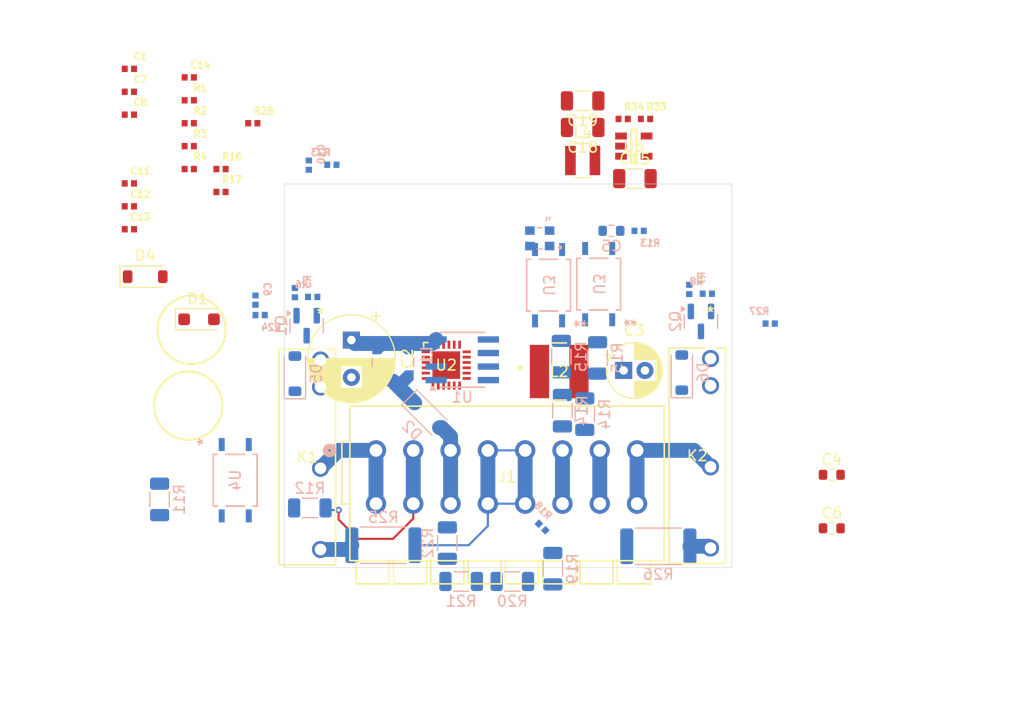
<source format=kicad_pcb>
(kicad_pcb (version 20240108) (generator "pcbnew") (generator_version "8.0")
  (layers (0 "F.Cu" signal) (31 "B.Cu" signal) (34 "B.Paste" user) (35 "F.Paste" user) (36 "B.SilkS" user "B.Silkscreen") (37 "F.SilkS" user "F.Silkscreen") (38 "B.Mask" user) (39 "F.Mask" user) (44 "Edge.Cuts" user))
  (net 0 "")
  (net 1 "Net-(D1-K)")
  (net 2 "Net-(U1-BP{slash}M)")
  (net 3 "AC_L")
  (net 4 "Net-(U1-D)")
  (net 5 "+12V")
  (net 6 "Net-(D4-K)")
  (net 7 "/GPIO_S1")
  (net 8 "/GPIO_S2")
  (net 9 "Net-(U2-VIN+)")
  (net 10 "Net-(U2-VIN-)")
  (net 11 "Net-(U2-IIN1-)")
  (net 12 "Net-(U2-IIN1+)")
  (net 13 "Net-(U2-IIN2-)")
  (net 14 "Net-(U2-IIN2+)")
  (net 15 "Net-(U2-VREF-)")
  (net 16 "Net-(U2-VREF+)")
  (net 17 "Net-(U2-VDDD)")
  (net 18 "+3V3")
  (net 19 "Net-(D2-K)")
  (net 20 "AC_N")
  (net 21 "Net-(D5-A)")
  (net 22 "Net-(D6-A)")
  (net 23 "AC_Q1_SHNT2")
  (net 24 "AC_Q2_SHNT2")
  (net 25 "Net-(U1-FB)")
  (net 26 "/GPIO_Q1")
  (net 27 "/GPIO_Q2")
  (net 28 "Net-(U6-VSENSE)")
  (net 29 "AC_S1")
  (net 30 "AC_S2")
  (net 31 "AC_Q2")
  (net 32 "AC_Q1")
  (net 33 "Net-(Q1-G)")
  (net 34 "Net-(Q2-G)")
  (net 35 "Net-(R11-Pad1)")
  (net 36 "Net-(U3-A)")
  (net 37 "Net-(R14-Pad2)")
  (net 38 "Net-(U4-A)")
  (net 39 "Net-(R19-Pad1)")
  (net 40 "Net-(R20-Pad1)")
  (net 41 "Net-(R21-Pad1)")
  (net 42 "Net-(U2-XIN)")
  (net 44 "/DEV_RX")
  (net 45 "/DEV_TX")
  (net 46 "/DO2")
  (net 47 "/DO3")
  (net 48 "/DO1")
  (net 49 "Net-(U2-XOUT)")
  (net 50 "/P_MEAS_RST")
  (net 52 "Net-(U6-PH)")
  (net 54 "AC_S3")
  (footprint "HSSM-HVPCB:860020372006" (layer "F.Cu") (at 163.844888 111.5)
    (property "Reference" "C3" (at 1 -3.75 360) (layer "F.SilkS"))
    (property "Value" "C_100uF_20pct_16V_5mm_WCAP-ATG5_860020372006")
    (pad "1" thru_hole rect (at 0 0) (size 1.6 1.6) (drill 0.8) (layers "*.Cu" "*.Mask") (net 5 "+12V"))
    (pad "2" thru_hole circle (at 2.000001 0) (size 1.6 1.6) (drill 0.8) (layers "*.Cu" "*.Mask") (net 3 "AC_L"))
  )
  (footprint "HSSM-HVPCB:C_0603" (layer "F.Cu") (at 183.375 126.31)
    (property "Reference" "C6" (at 0 -1.43 0) (layer "F.SilkS"))
    (property "Value" "C_1uF_10pct_16V_0603_GCM188R71C105KA64D")
    (pad "1" smd roundrect (at -0.825 0) (size 0.8 0.95) (layers "F.Cu" "F.Paste" "F.Mask") (net 3 "AC_L"))
    (pad "2" smd roundrect (at 0.825 0) (size 0.8 0.95) (layers "F.Cu" "F.Paste" "F.Mask") (net 8 "/GPIO_S2"))
  )
  (footprint "HSSM-HVPCB:R_0402" (layer "F.Cu") (at 165.9 87.9)
    (property "Reference" "R33" (at 1.032 -1.1564 360) (layer "F.SilkS") (effects (font (size 0.64 0.64))))
    (property "Value" "R_61k9_1pct_0402_RC0402FR-0761K9L")
    (pad "1" smd rect (at -0.434999 0) (size 0.56 0.6) (layers "F.Cu" "F.Paste" "F.Mask") (net 28 "Net-(U6-VSENSE)"))
    (pad "2" smd rect (at 0.434999 0) (size 0.56 0.6) (layers "F.Cu" "F.Paste" "F.Mask") (net 18 "+3V3"))
  )
  (footprint "HSSM-HVPCB:RELAY_G6DN-1A_OMR" (layer "F.Cu") (at 172 110.384999)
    (property "Reference" "K2" (at -1.244999 9.115001 0) (layer "F.SilkS"))
    (property "Value" "G6DN-1A-L DC12")
    (fp_text user "*" (at 0 -4.318 360) (layer "F.SilkS"))
    (fp_text user "*" (at 0 -4.318 0) (layer "F.SilkS"))
    (pad "1" thru_hole circle (at 0 0) (size 1.6002 1.6002) (drill 1.0922) (layers "*.Cu" "*.Mask") (net 22 "Net-(D6-A)"))
    (pad "2" thru_hole circle (at 0 2.54) (size 1.6002 1.6002) (drill 1.0922) (layers "*.Cu" "*.Mask") (net 5 "+12V"))
    (pad "5" thru_hole circle (at 0 10.16) (size 1.6002 1.6002) (drill 1.0922) (layers "*.Cu" "*.Mask") (net 31 "AC_Q2"))
    (pad "8" thru_hole circle (at 0 17.780001) (size 1.6002 1.6002) (drill 1.0922) (layers "*.Cu" "*.Mask") (net 24 "AC_Q2_SHNT2"))
  )
  (footprint "HSSM-HVPCB:R_0402" (layer "F.Cu") (at 123.085 92.6)
    (property "Reference" "R4" (at 1.032 -1.1564 0) (layer "F.SilkS") (effects (font (size 0.64 0.64))))
    (property "Value" "R_3k3_5pct_0402_RC0402JR-073K3L")
    (pad "1" smd rect (at -0.435 0) (size 0.56 0.6) (layers "F.Cu" "F.Paste" "F.Mask") (net 3 "AC_L"))
    (pad "2" smd rect (at 0.435 0) (size 0.56 0.6) (layers "F.Cu" "F.Paste" "F.Mask") (net 5 "+12V"))
  )
  (footprint "HSSM-HVPCB:R_0402" (layer "F.Cu") (at 126.065 92.6)
    (property "Reference" "R16" (at 1.032 -1.1564 0) (layer "F.SilkS") (effects (font (size 0.64 0.64))))
    (property "Value" "R_10k_1pct_0402_RC0402FR-0710KL")
    (pad "1" smd rect (at -0.435 0) (size 0.56 0.6) (layers "F.Cu" "F.Paste" "F.Mask") (net 8 "/GPIO_S2"))
    (pad "2" smd rect (at 0.435 0) (size 0.56 0.6) (layers "F.Cu" "F.Paste" "F.Mask") (net 18 "+3V3"))
  )
  (footprint "HSSM-HVPCB:860021374009" (layer "F.Cu") (at 138.3 108.647349 -90)
    (property "Reference" "C2" (at 1.749999 -5.25 90) (layer "F.SilkS"))
    (property "Value" "C_6u8_20pct_400V_8mm_WCAP-ATG5_860021374009")
    (pad "1" thru_hole rect (at 0 0 270) (size 1.6 1.6) (drill 0.8) (layers "*.Cu" "*.Mask") (net 4 "Net-(U1-D)"))
    (pad "2" thru_hole circle (at 3.5 0 270) (size 1.6 1.6) (drill 0.8) (layers "*.Cu" "*.Mask") (net 3 "AC_L"))
  )
  (footprint "HSSM-HVPCB:C_0402" (layer "F.Cu") (at 117.465 87.5)
    (property "Reference" "C8" (at 1.032 -1.1564 0) (layer "F.SilkS") (effects (font (size 0.64 0.64))))
    (property "Value" "C_33nF_10pct_50V_0402_CC0402KRX7R9BB333")
    (pad "1" smd rect (at -0.435 0) (size 0.56 0.6) (layers "F.Cu" "F.Paste" "F.Mask") (net 10 "Net-(U2-VIN-)"))
    (pad "2" smd rect (at 0.435 0) (size 0.56 0.6) (layers "F.Cu" "F.Paste" "F.Mask") (net 3 "AC_L"))
  )
  (footprint "HSSM-HVPCB:R_0402" (layer "F.Cu") (at 123.085 90.45)
    (property "Reference" "R3" (at 1.032 -1.1564 0) (layer "F.SilkS") (effects (font (size 0.64 0.64))))
    (property "Value" "R_26k7_0.1pct_0402_CPF0402B26K7E1")
    (pad "1" smd rect (at -0.435 0) (size 0.56 0.6) (layers "F.Cu" "F.Paste" "F.Mask") (net 2 "Net-(U1-BP{slash}M)"))
    (pad "2" smd rect (at 0.435 0) (size 0.56 0.6) (layers "F.Cu" "F.Paste" "F.Mask") (net 6 "Net-(D4-K)"))
  )
  (footprint "HSSM-HVPCB:R_0402" (layer "F.Cu") (at 163.8 87.9)
    (property "Reference" "R34" (at 1.032 -1.1564 0) (layer "F.SilkS") (effects (font (size 0.64 0.64))))
    (property "Value" "R_20k_1pct_0402_RC0402FR-0720KL")
    (pad "1" smd rect (at -0.434999 0) (size 0.56 0.6) (layers "F.Cu" "F.Paste" "F.Mask") (net 3 "AC_L"))
    (pad "2" smd rect (at 0.434999 0) (size 0.56 0.6) (layers "F.Cu" "F.Paste" "F.Mask") (net 28 "Net-(U6-VSENSE)"))
  )
  (footprint "HSSM-HVPCB:C_0402" (layer "F.Cu") (at 117.465 93.95)
    (property "Reference" "C11" (at 1.032 -1.1564 0) (layer "F.SilkS") (effects (font (size 0.64 0.64))))
    (property "Value" "C_33nF_10pct_50V_0402_CC0402KRX7R9BB333")
    (pad "1" smd rect (at -0.435 0) (size 0.56 0.6) (layers "F.Cu" "F.Paste" "F.Mask") (net 3 "AC_L"))
    (pad "2" smd rect (at 0.435 0) (size 0.56 0.6) (layers "F.Cu" "F.Paste" "F.Mask") (net 13 "Net-(U2-IIN2-)"))
  )
  (footprint "HSSM-HVPCB:C_1206" (layer "F.Cu") (at 160 88.7 180)
    (property "Reference" "C18" (at 0 -1.850001 360) (layer "F.SilkS"))
    (property "Value" "C_10uF_10pct_25V_1206_CC1206KKX7R8BB106")
    (pad "1" smd roundrect (at -1.475001 0 180) (size 1.15 1.8) (layers "F.Cu" "F.Paste" "F.Mask") (roundrect_rratio 0.217391) (net 3 "AC_L"))
    (pad "2" smd roundrect (at 1.475001 0 180) (size 1.15 1.8) (layers "F.Cu" "F.Paste" "F.Mask") (roundrect_rratio 0.217391) (net 18 "+3V3"))
  )
  (footprint "HSSM-HVPCB:C_0402" (layer "F.Cu") (at 117.465 83.2)
    (property "Reference" "C1" (at 1.032 -1.1564 0) (layer "F.SilkS") (effects (font (size 0.64 0.64))))
    (property "Value" "C_0u1_10pct_16V_0402_GRM155R71C104KA88J")
    (pad "1" smd rect (at -0.435 0) (size 0.56 0.6) (layers "F.Cu" "F.Paste" "F.Mask") (net 2 "Net-(U1-BP{slash}M)"))
    (pad "2" smd rect (at 0.435 0) (size 0.56 0.6) (layers "F.Cu" "F.Paste" "F.Mask") (net 1 "Net-(D1-K)"))
  )
  (footprint "HSSM-HVPCB:D_SOD123" (layer "F.Cu") (at 118.95 102.7)
    (property "Reference" "D4" (at 0 -2 0) (layer "F.SilkS"))
    (property "Value" "D_rect_1A_1000V_SOD123_1N4007W")
    (pad "1" smd roundrect (at -1.65 0) (size 0.9 1.2) (layers "F.Cu" "F.Paste" "F.Mask") (net 6 "Net-(D4-K)"))
    (pad "2" smd roundrect (at 1.65 0) (size 0.9 1.2) (layers "F.Cu" "F.Paste" "F.Mask") (net 5 "+12V"))
  )
  (footprint "HSSM-HVPCB:C_1206" (layer "F.Cu") (at 164.9 93.5)
    (property "Reference" "C15" (at 0 -1.85 0) (layer "F.SilkS"))
    (property "Value" "C_4u7_20pct_50V_1206_EMK316BJ475ML")
    (pad "1" smd roundrect (at -1.475 0) (size 1.15 1.8) (layers "F.Cu" "F.Paste" "F.Mask") (roundrect_rratio 0.217391) (net 3 "AC_L"))
    (pad "2" smd roundrect (at 1.475 0) (size 1.15 1.8) (layers "F.Cu" "F.Paste" "F.Mask") (roundrect_rratio 0.217391) (net 5 "+12V"))
  )
  (footprint "HSSM-HVPCB:R_0402" (layer "F.Cu") (at 123.085 88.3)
    (property "Reference" "R2" (at 1.032 -1.1564 0) (layer "F.SilkS") (effects (font (size 0.64 0.64))))
    (property "Value" "R_11k8_1pct_0402_RC0402FR-0711K8L")
    (pad "1" smd rect (at -0.435 0) (size 0.56 0.6) (layers "F.Cu" "F.Paste" "F.Mask") (net 25 "Net-(U1-FB)"))
    (pad "2" smd rect (at 0.435 0) (size 0.56 0.6) (layers "F.Cu" "F.Paste" "F.Mask") (net 6 "Net-(D4-K)"))
  )
  (footprint "HSSM-HVPCB:SOIC_6" (layer "F.Cu") (at 164.8 90.450001)
    (property "Reference" "U6" (at 0 0 0) (layer "F.SilkS"))
    (property "Value" "TPS560200DBVR_SOIC_6_TI")
    (pad "1" smd rect (at -1.2 -0.950001 90) (size 0.650001 1.1) (layers "F.Cu" "F.Paste" "F.Mask"))
    (pad "2" smd rect (at -1.2 0 90) (size 0.650001 1.1) (layers "F.Cu" "F.Paste" "F.Mask") (net 3 "AC_L"))
    (pad "3" smd rect (at -1.2 0.949998 90) (size 0.650001 1.1) (layers "F.Cu" "F.Paste" "F.Mask") (net 52 "Net-(U6-PH)"))
    (pad "4" smd rect (at 1.2 0.949998 90) (size 0.650001 1.1) (layers "F.Cu" "F.Paste" "F.Mask") (net 5 "+12V"))
    (pad "5" smd rect (at 1.2 -0.950001 90) (size 0.650001 1.1) (layers "F.Cu" "F.Paste" "F.Mask") (net 28 "Net-(U6-VSENSE)"))
  )
  (footprint "HSSM-HVPCB:C_0402" (layer "F.Cu") (at 117.465 98.25)
    (property "Reference" "C13" (at 1.032 -1.1564 0) (layer "F.SilkS") (effects (font (size 0.64 0.64))))
    (property "Value" "C_0u1_10pct_50V_0402_GRM155R71H104KE14D")
    (pad "1" smd rect (at -0.435 0) (size 0.56 0.6) (layers "F.Cu" "F.Paste" "F.Mask") (net 15 "Net-(U2-VREF-)"))
    (pad "2" smd rect (at 0.435 0) (size 0.56 0.6) (layers "F.Cu" "F.Paste" "F.Mask") (net 16 "Net-(U2-VREF+)"))
  )
  (footprint "HSSM-HVPCB:D_SOD123FL" (layer "F.Cu") (at 124 106.7)
    (property "Reference" "D1" (at -0.127 -1.905 0) (layer "F.SilkS"))
    (property "Value" "D_rect_1A_600V_SOD123FL_MURS160-E3_52T")
    (pad "1" smd roundrect (at -1.4 0) (size 1.1 1.1) (layers "F.Cu" "F.Paste" "F.Mask") (roundrect_rratio 0.2272727273) (net 1 "Net-(D1-K)"))
    (pad "2" smd roundrect (at 1.4 0) (size 1.1 1.1) (layers "F.Cu" "F.Paste" "F.Mask") (roundrect_rratio 0.2272727273) (net 3 "AC_L"))
  )
  (footprint "HSSM-HVPCB:R_0402" (layer "F.Cu") (at 129.045 88.3)
    (property "Reference" "R28" (at 1.032 -1.1564 0) (layer "F.SilkS") (effects (font (size 0.64 0.64))))
    (property "Value" "R_1k_1pct_0402_CRCW04021K00FKED")
    (pad "1" smd rect (at -0.435 0) (size 0.56 0.6) (layers "F.Cu" "F.Paste" "F.Mask") (net 3 "AC_L"))
    (pad "2" smd rect (at 0.435 0) (size 0.56 0.6) (layers "F.Cu" "F.Paste" "F.Mask") (net 14 "Net-(U2-IIN2+)"))
  )
  (footprint "HSSM-HVPCB:C_0402" (layer "F.Cu") (at 123.085 84)
    (property "Reference" "C14" (at 1.032 -1.1564 0) (layer "F.SilkS") (effects (font (size 0.64 0.64))))
    (property "Value" "C_0u1_10pct_50V_0402_GRM155R71H104KE14D")
    (pad "1" smd rect (at -0.435 0) (size 0.56 0.6) (layers "F.Cu" "F.Paste" "F.Mask") (net 17 "Net-(U2-VDDD)"))
    (pad "2" smd rect (at 0.435 0) (size 0.56 0.6) (layers "F.Cu" "F.Paste" "F.Mask") (net 3 "AC_L"))
  )
  (footprint "HSSM-HVPCB:L_3012" (layer "F.Cu") (at 160 91.8 180)
    (property "Reference" "L4" (at 0 2.600001 360) (layer "F.SilkS"))
    (property "Value" "L_10uH_20pct_1A_SDCL1V3012-100M-R")
    (pad "1" smd rect (at -1.15 0 180) (size 1 2.75) (layers "F.Cu" "F.Paste" "F.Mask") (net 52 "Net-(U6-PH)"))
    (pad "2" smd rect (at 1.15 0 180) (size 1 2.75) (layers "F.Cu" "F.Paste" "F.Mask") (net 18 "+3V3"))
  )
  (footprint "HSSM-HVPCB:C_0402" (layer "F.Cu") (at 117.465 96.1)
    (property "Reference" "C12" (at 1.032 -1.1564 0) (layer "F.SilkS") (effects (font (size 0.64 0.64))))
    (property "Value" "C_33nF_10pct_50V_0402_CC0402KRX7R9BB333")
    (pad "1" smd rect (at -0.435 0) (size 0.56 0.6) (layers "F.Cu" "F.Paste" "F.Mask") (net 14 "Net-(U2-IIN2+)"))
    (pad "2" smd rect (at 0.435 0) (size 0.56 0.6) (layers "F.Cu" "F.Paste" "F.Mask") (net 3 "AC_L"))
  )
  (footprint "HSSM-HVPCB:C_0402" (layer "F.Cu") (at 117.465 85.35)
    (property "Reference" "C7" (at 1.032 -1.1564 0) (layer "F.SilkS") (effects (font (size 0.64 0.64))))
    (property "Value" "C_33nF_10pct_50V_0402_CC0402KRX7R9BB333")
    (pad "1" smd rect (at -0.435 0) (size 0.56 0.6) (layers "F.Cu" "F.Paste" "F.Mask") (net 3 "AC_L"))
    (pad "2" smd rect (at 0.435 0) (size 0.56 0.6) (layers "F.Cu" "F.Paste" "F.Mask") (net 9 "Net-(U2-VIN+)"))
  )
  (footprint "HSSM-HVPCB:2601-1108" (layer "F.Cu") (at 140.604899 119)
    (property "Reference" "J1" (at 12.300001 2.5 0) (layer "F.SilkS"))
    (property "Value" "2601-1108")
    (pad "1" thru_hole circle (at 0 0) (size 1.9 1.9) (drill 1.2) (layers "*.Cu" "*.Mask") (net 32 "AC_Q1"))
    (pad "1" thru_hole circle (at 0 5) (size 1.9 1.9) (drill 1.2) (layers "*.Cu" "*.Mask") (net 32 "AC_Q1"))
    (pad "2" thru_hole circle (at 3.500001 0) (size 1.9 1.9) (drill 1.2) (layers "*.Cu" "*.Mask") (net 29 "AC_S1"))
    (pad "2" thru_hole circle (at 3.500001 5) (size 1.9 1.9) (drill 1.2) (layers "*.Cu" "*.Mask") (net 29 "AC_S1"))
    (pad "3" thru_hole circle (at 7.000002 0) (size 1.9 1.9) (drill 1.2) (layers "*.Cu" "*.Mask") (net 20 "AC_N"))
    (pad "3" thru_hole circle (at 7.000002 5) (size 1.9 1.9) (drill 1.2) (layers "*.Cu" "*.Mask") (net 20 "AC_N"))
    (pad "4" thru_hole circle (at 10.500002 0) (size 1.9 1.9) (drill 1.2) (layers "*.Cu" "*.Mask") (net 3 "AC_L"))
    (pad "4" thru_hole circle (at 10.500002 5) (size 1.9 1.9) (drill 1.2) (layers "*.Cu" "*.Mask") (net 3 "AC_L"))
    (pad "5" thru_hole circle (at 14.000003 0) (size 1.9 1.9) (drill 1.2) (layers "*.Cu" "*.Mask") (net 3 "AC_L"))
    (pad "5" thru_hole circle (at 14.000003 5) (size 1.9 1.9) (drill 1.2) (layers "*.Cu" "*.Mask") (net 3 "AC_L"))
    (pad "6" thru_hole circle (at 17.500003 0) (size 1.9 1.9) (drill 1.2) (layers "*.Cu" "*.Mask") (net 54 "AC_S3"))
    (pad "6" thru_hole circle (at 17.500003 5) (size 1.9 1.9) (drill 1.2) (layers "*.Cu" "*.Mask") (net 54 "AC_S3"))
    (pad "7" thru_hole circle (at 21.000004 0) (size 1.9 1.9) (drill 1.2) (layers "*.Cu" "*.Mask") (net 30 "AC_S2"))
    (pad "7" thru_hole circle (at 21.000004 5) (size 1.9 1.9) (drill 1.2) (layers "*.Cu" "*.Mask") (net 30 "AC_S2"))
    (pad "8" thru_hole circle (at 24.500005 0) (size 1.9 1.9) (drill 1.2) (layers "*.Cu" "*.Mask") (net 31 "AC_Q2"))
    (pad "8" thru_hole circle (at 24.500005 5) (size 1.9 1.9) (drill 1.2) (layers "*.Cu" "*.Mask") (net 31 "AC_Q2"))
  )
  (footprint "HSSM-HVPCB:R_0402" (layer "F.Cu") (at 126.065 94.75)
    (property "Reference" "R17" (at 1.032 -1.1564 0) (layer "F.SilkS") (effects (font (size 0.64 0.64))))
    (property "Value" "R_1k_1pct_0402_CRCW04021K00FKED")
    (pad "1" smd rect (at -0.435 0) (size 0.56 0.6) (layers "F.Cu" "F.Paste" "F.Mask") (net 3 "AC_L"))
    (pad "2" smd rect (at 0.435 0) (size 0.56 0.6) (layers "F.Cu" "F.Paste" "F.Mask") (net 9 "Net-(U2-VIN+)"))
  )
  (footprint "HSSM-HVPCB:R_0402" (layer "F.Cu") (at 123.085 86.15)
    (property "Reference" "R1" (at 1.032 -1.1564 0) (layer "F.SilkS") (effects (font (size 0.64 0.64))))
    (property "Value" "R_2k49_1pct_0402_RC0402FR-072K49L")
    (pad "1" smd rect (at -0.435 0) (size 0.56 0.6) (layers "F.Cu" "F.Paste" "F.Mask") (net 1 "Net-(D1-K)"))
    (pad "2" smd rect (at 0.435 0) (size 0.56 0.6) (layers "F.Cu" "F.Paste" "F.Mask") (net 25 "Net-(U1-FB)"))
  )
  (footprint "HSSM-HVPCB:SDR0503" (layer "F.Cu") (at 157.8 111.6)
    (property "Reference" "L2" (at 0 0 0) (layer "F.SilkS"))
    (property "Value" "L_1mH_10pct_SDR0503-102KL")
    (fp_text user "*" (at -3.6703 0 0) (layer "F.SilkS"))
    (fp_text user "*" (at -3.6703 0 360) (layer "F.SilkS"))
    (pad "1" smd rect (at -1.854199 0) (size 1.8034 5.0038) (layers "F.Cu" "F.Paste" "F.Mask") (net 1 "Net-(D1-K)"))
    (pad "2" smd rect (at 1.854199 0) (size 1.8034 5.0038) (layers "F.Cu" "F.Paste" "F.Mask") (net 5 "+12V"))
  )
  (footprint "HSSM-HVPCB:C_0603" (layer "F.Cu") (at 183.375 121.29)
    (property "Reference" "C4" (at 0 -1.43 0) (layer "F.SilkS"))
    (property "Value" "C_10u_10pct_25V_0603_GRM188R61E106KA73D")
    (pad "1" smd roundrect (at -0.825 0) (size 0.8 0.95) (layers "F.Cu" "F.Paste" "F.Mask") (net 1 "Net-(D1-K)"))
    (pad "2" smd roundrect (at 0.825 0) (size 0.8 0.95) (layers "F.Cu" "F.Paste" "F.Mask") (net 6 "Net-(D4-K)"))
  )
  (footprint "HSSM-HVPCB:CIR-QFN-24" (layer "F.Cu") (at 147.2 111)
    (property "Reference" "U2" (at 0 0 0) (layer "F.SilkS"))
    (property "Value" "CS5480-INZ")
    (pad "1" smd rect (at -1.9177 -1.25 90) (size 0.254 0.762) (layers "F.Cu" "F.Paste" "F.Mask") (net 42 "Net-(U2-XIN)"))
    (pad "2" smd rect (at -1.9177 -0.750001 90) (size 0.254 0.762) (layers "F.Cu" "F.Paste" "F.Mask") (net 50 "/P_MEAS_RST"))
    (pad "3" smd rect (at -1.9177 -0.25 90) (size 0.254 0.762) (layers "F.Cu" "F.Paste" "F.Mask") (net 11 "Net-(U2-IIN1-)"))
    (pad "4" smd rect (at -1.9177 0.25 90) (size 0.254 0.762) (layers "F.Cu" "F.Paste" "F.Mask") (net 12 "Net-(U2-IIN1+)"))
    (pad "5" smd rect (at -1.9177 0.750001 90) (size 0.254 0.762) (layers "F.Cu" "F.Paste" "F.Mask") (net 9 "Net-(U2-VIN+)"))
    (pad "6" smd rect (at -1.9177 1.25 90) (size 0.254 0.762) (layers "F.Cu" "F.Paste" "F.Mask") (net 10 "Net-(U2-VIN-)"))
    (pad "7" smd rect (at -1.25 1.9177) (size 0.254 0.762) (layers "F.Cu" "F.Paste" "F.Mask") (net 13 "Net-(U2-IIN2-)"))
    (pad "8" smd rect (at -0.750001 1.9177) (size 0.254 0.762) (layers "F.Cu" "F.Paste" "F.Mask") (net 14 "Net-(U2-IIN2+)"))
    (pad "9" smd rect (at -0.25 1.9177) (size 0.254 0.762) (layers "F.Cu" "F.Paste" "F.Mask") (net 15 "Net-(U2-VREF-)"))
    (pad "10" smd rect (at 0.25 1.9177) (size 0.254 0.762) (layers "F.Cu" "F.Paste" "F.Mask") (net 16 "Net-(U2-VREF+)"))
    (pad "11" smd rect (at 0.750001 1.9177) (size 0.254 0.762) (layers "F.Cu" "F.Paste" "F.Mask") (net 3 "AC_L"))
    (pad "12" smd rect (at 1.25 1.9177) (size 0.254 0.762) (layers "F.Cu" "F.Paste" "F.Mask") (net 18 "+3V3"))
    (pad "13" smd rect (at 1.9177 1.25 90) (size 0.254 0.762) (layers "F.Cu" "F.Paste" "F.Mask") (net 48 "/DO1"))
    (pad "14" smd rect (at 1.9177 0.750001 90) (size 0.254 0.762) (layers "F.Cu" "F.Paste" "F.Mask") (net 46 "/DO2"))
    (pad "15" smd rect (at 1.9177 0.25 90) (size 0.254 0.762) (layers "F.Cu" "F.Paste" "F.Mask") (net 47 "/DO3"))
    (pad "16" smd rect (at 1.9177 -0.25 90) (size 0.254 0.762) (layers "F.Cu" "F.Paste" "F.Mask") (net 45 "/DEV_TX"))
    (pad "17" smd rect (at 1.9177 -0.750001 90) (size 0.254 0.762) (layers "F.Cu" "F.Paste" "F.Mask") (net 44 "/DEV_RX"))
    (pad "18" smd rect (at 1.9177 -1.25 90) (size 0.254 0.762) (layers "F.Cu" "F.Paste" "F.Mask"))
    (pad "19" smd rect (at 1.25 -1.9177) (size 0.254 0.762) (layers "F.Cu" "F.Paste" "F.Mask") (net 3 "AC_L"))
    (pad "20" smd rect (at 0.750001 -1.9177) (size 0.254 0.762) (layers "F.Cu" "F.Paste" "F.Mask") (net 18 "+3V3"))
    (pad "21" smd rect (at 0.25 -1.9177) (size 0.254 0.762) (layers "F.Cu" "F.Paste" "F.Mask") (net 18 "+3V3"))
    (pad "22" smd rect (at -0.25 -1.9177) (size 0.254 0.762) (layers "F.Cu" "F.Paste" "F.Mask") (net 3 "AC_L"))
    (pad "23" smd rect (at -0.750001 -1.9177) (size 0.254 0.762) (layers "F.Cu" "F.Paste" "F.Mask") (net 17 "Net-(U2-VDDD)"))
    (pad "24" smd rect (at -1.25 -1.9177) (size 0.254 0.762) (layers "F.Cu" "F.Paste" "F.Mask") (net 49 "Net-(U2-XOUT)"))
    (pad "25" smd rect (at 0 0) (size 2.5908 2.5908) (layers "F.Cu" "F.Paste" "F.Mask"))
  )
  (footprint "HSSM-HVPCB:C_1206" (layer "F.Cu") (at 160 86.2 180)
    (property "Reference" "C19" (at 0 -1.850001 0) (layer "F.SilkS"))
    (property "Value" "C_10uF_10pct_25V_1206_CC1206KKX7R8BB106")
    (pad "1" smd roundrect (at -1.475001 0 180) (size 1.15 1.8) (layers "F.Cu" "F.Paste" "F.Mask") (roundrect_rratio 0.217391) (net 3 "AC_L"))
    (pad "2" smd roundrect (at 1.475001 0 180) (size 1.15 1.8) (layers "F.Cu" "F.Paste" "F.Mask") (roundrect_rratio 0.217391) (net 18 "+3V3"))
  )
  (footprint "HSSM-HVPCB:RELAY_G6DN-1A_OMR" (layer "F.Cu") (at 135.4 110.519999)
    (property "Reference" "K1" (at -1.244999 9.115001 0) (layer "F.SilkS"))
    (property "Value" "G6DN-1A-L DC12")
    (fp_text user "*" (at 0 -4.318 360) (layer "F.SilkS"))
    (fp_text user "*" (at 0 -4.318 0) (layer "F.SilkS"))
    (pad "1" thru_hole circle (at 0 0) (size 1.6002 1.6002) (drill 1.0922) (layers "*.Cu" "*.Mask") (net 21 "Net-(D5-A)"))
    (pad "2" thru_hole circle (at 0 2.54) (size 1.6002 1.6002) (drill 1.0922) (layers "*.Cu" "*.Mask") (net 5 "+12V"))
    (pad "5" thru_hole circle (at 0 10.16) (size 1.6002 1.6002) (drill 1.0922) (layers "*.Cu" "*.Mask") (net 32 "AC_Q1"))
    (pad "8" thru_hole circle (at 0 17.780001) (size 1.6002 1.6002) (drill 1.0922) (layers "*.Cu" "*.Mask") (net 23 "AC_Q1_SHNT2"))
  )
  (footprint "HSSM-HVPCB:R_1206" (layer "B.Cu") (at 161.4 110.324999 90)
    (property "Reference" "R15" (at 0 1.850001 90) (layer "B.SilkS") (effects (justify mirror)))
    (property "Value" "R_200k_0.1pct_1206_VT1206BRD07200KL")
    (pad "1" smd roundrect (at -1.475001 0 90) (size 1.15 1.8) (layers "B.Cu" "B.Paste" "B.Mask") (roundrect_rratio 0.217391) (net 37 "Net-(R14-Pad2)"))
    (pad "2" smd roundrect (at 1.475001 0 90) (size 1.15 1.8) (layers "B.Cu" "B.Paste" "B.Mask") (roundrect_rratio 0.217391) (net 38 "Net-(U4-A)"))
  )
  (footprint "HSSM-HVPCB:R_0402" (layer "B.Cu") (at 165.3 98.4)
    (property "Reference" "R13" (at 1.032 1.1564 360) (layer "B.SilkS") (effects (font (size 0.64 0.64)) (justify mirror)))
    (property "Value" "R_10k_1pct_0402_RC0402FR-0710KL")
    (pad "1" smd rect (at -0.434999 0) (size 0.56 0.6) (layers "B.Cu" "B.Paste" "B.Mask") (net 7 "/GPIO_S1"))
    (pad "2" smd rect (at 0.434999 0) (size 0.56 0.6) (layers "B.Cu" "B.Paste" "B.Mask") (net 18 "+3V3"))
  )
  (footprint "HSSM-HVPCB:R_1206" (layer "B.Cu") (at 134.4 124.4 180)
    (property "Reference" "R12" (at 0 1.850001 360) (layer "B.SilkS") (effects (justify mirror)))
    (property "Value" "R_200k_0.1pct_1206_VT1206BRD07200KL")
    (pad "1" smd roundrect (at -1.475001 0 180) (size 1.15 1.8) (layers "B.Cu" "B.Paste" "B.Mask") (roundrect_rratio 0.217391) (net 29 "AC_S1"))
    (pad "2" smd roundrect (at 1.475001 0 180) (size 1.15 1.8) (layers "B.Cu" "B.Paste" "B.Mask") (roundrect_rratio 0.217391) (net 35 "Net-(R11-Pad1)"))
  )
  (footprint "HSSM-HVPCB:R_1206" (layer "B.Cu") (at 157.2 130.1 90)
    (property "Reference" "R19" (at 0 1.850001 90) (layer "B.SilkS") (effects (justify mirror)))
    (property "Value" "R_499k_1pct_1206_KTR18EZPF4993")
    (pad "1" smd roundrect (at -1.475001 0 90) (size 1.15 1.8) (layers "B.Cu" "B.Paste" "B.Mask") (roundrect_rratio 0.217391) (net 39 "Net-(R19-Pad1)"))
    (pad "2" smd roundrect (at 1.475001 0 90) (size 1.15 1.8) (layers "B.Cu" "B.Paste" "B.Mask") (roundrect_rratio 0.217391) (net 10 "Net-(U2-VIN-)"))
  )
  (footprint "HSSM-HVPCB:PowerIntegrations_SO-8C" (layer "B.Cu") (at 148.7 110.5)
    (property "Reference" "U1" (at 0 3.5 0) (layer "B.SilkS") (effects (justify mirror)))
    (property "Value" "LNK3204D-TL")
    (pad "1" smd rect (at -2.45 1.905) (size 2 0.6) (layers "B.Cu" "B.Paste" "B.Mask") (net 2 "Net-(U1-BP{slash}M)"))
    (pad "2" smd rect (at -2.45 0.635) (size 2 0.6) (layers "B.Cu" "B.Paste" "B.Mask") (net 25 "Net-(U1-FB)"))
    (pad "4" smd rect (at -2.45 -1.905) (size 2 0.6) (layers "B.Cu" "B.Paste" "B.Mask") (net 4 "Net-(U1-D)"))
    (pad "5" smd rect (at 2.45 -1.905) (size 2 0.6) (layers "B.Cu" "B.Paste" "B.Mask") (net 1 "Net-(D1-K)"))
    (pad "6" smd rect (at 2.45 -0.635) (size 2 0.6) (layers "B.Cu" "B.Paste" "B.Mask") (net 1 "Net-(D1-K)"))
    (pad "7" smd rect (at 2.45 0.635) (size 2 0.6) (layers "B.Cu" "B.Paste" "B.Mask") (net 1 "Net-(D1-K)"))
    (pad "8" smd rect (at 2.45 1.905) (size 2 0.6) (layers "B.Cu" "B.Paste" "B.Mask") (net 1 "Net-(D1-K)"))
  )
  (footprint "HSSM-HVPCB:R_0402" (layer "B.Cu") (at 134.665 104.6 180)
    (property "Reference" "R6" (at 1.032 1.1564 0) (layer "B.SilkS") (effects (font (size 0.64 0.64)) (justify mirror)))
    (property "Value" "R_100k_1pct_0402_RC0402FR-07100KL")
    (pad "1" smd rect (at -0.435 0 180) (size 0.56 0.6) (layers "B.Cu" "B.Paste" "B.Mask") (net 3 "AC_L"))
    (pad "2" smd rect (at 0.435 0 180) (size 0.56 0.6) (layers "B.Cu" "B.Paste" "B.Mask") (net 33 "Net-(Q1-G)"))
  )
  (footprint "HSSM-HVPCB:R_1206" (layer "B.Cu") (at 120.3 123.6 90)
    (property "Reference" "R11" (at 0 1.850001 90) (layer "B.SilkS") (effects (justify mirror)))
    (property "Value" "R_200k_0.1pct_1206_VT1206BRD07200KL")
    (pad "1" smd roundrect (at -1.475001 0 90) (size 1.15 1.8) (layers "B.Cu" "B.Paste" "B.Mask") (roundrect_rratio 0.217391) (net 35 "Net-(R11-Pad1)"))
    (pad "2" smd roundrect (at 1.475001 0 90) (size 1.15 1.8) (layers "B.Cu" "B.Paste" "B.Mask") (roundrect_rratio 0.217391) (net 36 "Net-(U3-A)"))
  )
  (footprint "HSSM-HVPCB:D_SOD123" (layer "B.Cu") (at 133 111.8 90)
    (property "Reference" "D5" (at 0 2.000001 90) (layer "B.SilkS") (effects (justify mirror)))
    (property "Value" "D_rect_1A_1000V_SOD123_1N4007W")
    (pad "1" smd roundrect (at -1.65 0 90) (size 0.9 1.2) (layers "B.Cu" "B.Paste" "B.Mask") (net 5 "+12V"))
    (pad "2" smd roundrect (at 1.65 0 90) (size 0.9 1.2) (layers "B.Cu" "B.Paste" "B.Mask") (net 21 "Net-(D5-A)"))
  )
  (footprint "HSSM-HVPCB:R_0402" (layer "B.Cu") (at 177.6 107.1 180)
    (property "Reference" "R27" (at 1.032 1.1564 0) (layer "B.SilkS") (effects (font (size 0.64 0.64)) (justify mirror)))
    (property "Value" "R_1k_1pct_0402_CRCW04021K00FKED")
    (pad "1" smd rect (at -0.435 0 180) (size 0.56 0.6) (layers "B.Cu" "B.Paste" "B.Mask") (net 24 "AC_Q2_SHNT2"))
    (pad "2" smd rect (at 0.435 0 180) (size 0.56 0.6) (layers "B.Cu" "B.Paste" "B.Mask") (net 13 "Net-(U2-IIN2-)"))
  )
  (footprint "HSSM-HVPCB:C_0402" (layer "B.Cu") (at 129.3 104.9 90)
    (property "Reference" "C9" (at 1.032 1.1564 90) (layer "B.SilkS") (effects (font (size 0.64 0.64)) (justify mirror)))
    (property "Value" "C_33nF_10pct_50V_0402_CC0402KRX7R9BB333")
    (pad "1" smd rect (at -0.434999 0 90) (size 0.56 0.6) (layers "B.Cu" "B.Paste" "B.Mask") (net 3 "AC_L"))
    (pad "2" smd rect (at 0.434999 0 90) (size 0.56 0.6) (layers "B.Cu" "B.Paste" "B.Mask") (net 11 "Net-(U2-IIN1-)"))
  )
  (footprint "HSSM-HVPCB:LTV-354T" (layer "B.Cu") (at 156.8 103.5 90)
    (property "Reference" "U3" (at 0 0 -90) (layer "B.SilkS") (effects (justify mirror)))
    (property "Value" "LTV-354T")
    (fp_text user "*" (at -3.599999 2.9718 -90) (layer "B.SilkS") (effects (justify mirror)))
    (fp_text user "*" (at -3.599999 2.9718 90) (layer "B.SilkS") (effects (justify mirror)))
    (pad "1" smd rect (at -3.346 1.27 90) (size 1.2192 0.5588) (layers "B.Cu" "B.Paste" "B.Mask") (net 36 "Net-(U3-A)"))
    (pad "2" smd rect (at -3.346 -1.27 90) (size 1.2192 0.5588) (layers "B.Cu" "B.Paste" "B.Mask") (net 20 "AC_N"))
    (pad "3" smd rect (at 3.346 -1.27 90) (size 1.2192 0.5588) (layers "B.Cu" "B.Paste" "B.Mask") (net 3 "AC_L"))
    (pad "4" smd rect (at 3.346 1.27 90) (size 1.2192 0.5588) (layers "B.Cu" "B.Paste" "B.Mask") (net 7 "/GPIO_S1"))
  )
  (footprint "HSSM-HVPCB:R_0402" (layer "B.Cu") (at 133 104.2 90)
    (property "Reference" "R5" (at 1.032 1.1564 90) (layer "B.SilkS") (effects (font (size 0.64 0.64)) (justify mirror)))
    (property "Value" "R_220R_1pct_0402_RC0402FR-07220RL")
    (pad "1" smd rect (at -0.434999 0 90) (size 0.56 0.6) (layers "B.Cu" "B.Paste" "B.Mask") (net 33 "Net-(Q1-G)"))
    (pad "2" smd rect (at 0.434999 0 90) (size 0.56 0.6) (layers "B.Cu" "B.Paste" "B.Mask") (net 26 "/GPIO_Q1"))
  )
  (footprint "HSSM-HVPCB:ECS-2520MVLC-041-BN-TR" (layer "B.Cu") (at 155.975 99.1 180)
    (property "Reference" "Y1" (at -0.762633 1.807066 0) (layer "B.SilkS") (effects (font (size 0.320686 0.320686)) (justify mirror)))
    (property "Value" "OSC_2520_4.096MHz_25ppm_ECS-2520MVLC-041-BN-TR")
    (pad "1" smd rect (at -0.925 -0.725 180) (size 0.9 0.8) (layers "B.Cu" "B.Paste" "B.Mask") (net 42 "Net-(U2-XIN)"))
    (pad "2" smd rect (at 0.925 -0.725 180) (size 0.9 0.8) (layers "B.Cu" "B.Paste" "B.Mask") (net 3 "AC_L"))
    (pad "3" smd rect (at 0.925 0.725 180) (size 0.9 0.8) (layers "B.Cu" "B.Paste" "B.Mask") (net 49 "Net-(U2-XOUT)"))
    (pad "4" smd rect (at -0.925 0.725 180) (size 0.9 0.8) (layers "B.Cu" "B.Paste" "B.Mask") (net 3 "AC_L"))
  )
  (footprint "HSSM-HVPCB:R_0402" (layer "B.Cu") (at 170 103.9 90)
    (property "Reference" "R7" (at 1.032 1.1564 90) (layer "B.SilkS") (effects (font (size 0.64 0.64)) (justify mirror)))
    (property "Value" "R_220R_1pct_0402_RC0402FR-07220RL")
    (pad "1" smd rect (at -0.434999 0 90) (size 0.56 0.6) (layers "B.Cu" "B.Paste" "B.Mask") (net 34 "Net-(Q2-G)"))
    (pad "2" smd rect (at 0.434999 0 90) (size 0.56 0.6) (layers "B.Cu" "B.Paste" "B.Mask") (net 27 "/GPIO_Q2"))
  )
  (footprint "HSSM-HVPCB:D_SOD123" (layer "B.Cu") (at 169.3 111.7 90)
    (property "Reference" "D6" (at 0 2.000001 90) (layer "B.SilkS") (effects (justify mirror)))
    (property "Value" "D_rect_1A_1000V_SOD123_1N4007W")
    (pad "1" smd roundrect (at -1.65 0 90) (size 0.9 1.2) (layers "B.Cu" "B.Paste" "B.Mask") (net 5 "+12V"))
    (pad "2" smd roundrect (at 1.65 0 90) (size 0.9 1.2) (layers "B.Cu" "B.Paste" "B.Mask") (net 22 "Net-(D6-A)"))
  )
  (footprint "HSSM-HVPCB:R_0402" (layer "B.Cu") (at 136.465 92.2 180)
    (property "Reference" "R23" (at 1.032 1.1564 0) (layer "B.SilkS") (effects (font (size 0.64 0.64)) (justify mirror)))
    (property "Value" "R_1k_1pct_0402_CRCW04021K00FKED")
    (pad "1" smd rect (at -0.435 0 180) (size 0.56 0.6) (layers "B.Cu" "B.Paste" "B.Mask") (net 3 "AC_L"))
    (pad "2" smd rect (at 0.435 0 180) (size 0.56 0.6) (layers "B.Cu" "B.Paste" "B.Mask") (net 12 "Net-(U2-IIN1+)"))
  )
  (footprint "HSSM-HVPCB:R_1206" (layer "B.Cu") (at 158 110.2 90)
    (property "Reference" "R15" (at 0 1.850001 90) (layer "B.SilkS") (effects (justify mirror)))
    (property "Value" "R_200k_0.1pct_1206_VT1206BRD07200KL")
    (pad "1" smd roundrect (at -1.475001 0 90) (size 1.15 1.8) (layers "B.Cu" "B.Paste" "B.Mask") (roundrect_rratio 0.217391) (net 37 "Net-(R14-Pad2)"))
    (pad "2" smd roundrect (at 1.475001 0 90) (size 1.15 1.8) (layers "B.Cu" "B.Paste" "B.Mask") (roundrect_rratio 0.217391) (net 38 "Net-(U4-A)"))
  )
  (footprint "HSSM-HVPCB:SOT-23" (layer "B.Cu") (at 171.1 106.9 -90)
    (property "Reference" "Q2" (at 0 2.4 90) (layer "B.SilkS") (effects (justify mirror)))
    (property "Value" "Q_NMOS_SOT-23_IRLML6344")
    (pad "1" smd roundrect (at -0.9375 0.95 270) (size 1.475 0.6) (layers "B.Cu" "B.Paste" "B.Mask") (net 34 "Net-(Q2-G)"))
    (pad "2" smd roundrect (at -0.9375 -0.95 270) (size 1.475 0.6) (layers "B.Cu" "B.Paste" "B.Mask") (net 3 "AC_L"))
    (pad "3" smd roundrect (at 0.937501 0 270) (size 1.475 0.6) (layers "B.Cu" "B.Paste" "B.Mask") (net 22 "Net-(D6-A)"))
  )
  (footprint "HSSM-HVPCB:C_0402" (layer "B.Cu") (at 134.3 92.234999 90)
    (property "Reference" "C10" (at 1.032 1.1564 90) (layer "B.SilkS") (effects (font (size 0.64 0.64)) (justify mirror)))
    (property "Value" "C_33nF_10pct_50V_0402_CC0402KRX7R9BB333")
    (pad "1" smd rect (at -0.434999 0 90) (size 0.56 0.6) (layers "B.Cu" "B.Paste" "B.Mask") (net 12 "Net-(U2-IIN1+)"))
    (pad "2" smd rect (at 0.434999 0 90) (size 0.56 0.6) (layers "B.Cu" "B.Paste" "B.Mask") (net 3 "AC_L"))
  )
  (footprint "HSSM-HVPCB:LTV-354T" (layer "B.Cu") (at 161.5 103.4 90)
    (property "Reference" "U3" (at 0 0 -90) (layer "B.SilkS") (effects (justify mirror)))
    (property "Value" "LTV-354T")
    (fp_text user "*" (at -3.599999 2.9718 -90) (layer "B.SilkS") (effects (justify mirror)))
    (fp_text user "*" (at -3.599999 2.9718 90) (layer "B.SilkS") (effects (justify mirror)))
    (pad "1" smd rect (at -3.346 1.27 90) (size 1.2192 0.5588) (layers "B.Cu" "B.Paste" "B.Mask") (net 36 "Net-(U3-A)"))
    (pad "2" smd rect (at -3.346 -1.27 90) (size 1.2192 0.5588) (layers "B.Cu" "B.Paste" "B.Mask") (net 20 "AC_N"))
    (pad "3" smd rect (at 3.346 -1.27 90) (size 1.2192 0.5588) (layers "B.Cu" "B.Paste" "B.Mask") (net 3 "AC_L"))
    (pad "4" smd rect (at 3.346 1.27 90) (size 1.2192 0.5588) (layers "B.Cu" "B.Paste" "B.Mask") (net 7 "/GPIO_S1"))
  )
  (footprint "HSSM-HVPCB:R_1206" (layer "B.Cu") (at 158.1 115.275001 90)
    (property "Reference" "R14" (at 0 1.850001 90) (layer "B.SilkS") (effects (justify mirror)))
    (property "Value" "R_200k_0.1pct_1206_VT1206BRD07200KL")
    (pad "1" smd roundrect (at -1.475001 0 90) (size 1.15 1.8) (layers "B.Cu" "B.Paste" "B.Mask") (roundrect_rratio 0.217391) (net 30 "AC_S2"))
    (pad "2" smd roundrect (at 1.475001 0 90) (size 1.15 1.8) (layers "B.Cu" "B.Paste" "B.Mask") (roundrect_rratio 0.217391) (net 37 "Net-(R14-Pad2)"))
  )
  (footprint "HSSM-HVPCB:R_0402" (layer "B.Cu") (at 156.192409 126.192409 135)
    (property "Reference" "R18" (at 1.032 1.1564 135) (layer "B.SilkS") (effects (font (size 0.64 0.64)) (justify mirror)))
    (property "Value" "R_1k_1pct_0402_CRCW04021K00FKED")
    (pad "1" smd rect (at -0.434999 0 135) (size 0.56 0.6) (layers "B.Cu" "B.Paste" "B.Mask") (net 10 "Net-(U2-VIN-)"))
    (pad "2" smd rect (at 0.434999 0 135) (size 0.56 0.6) (layers "B.Cu" "B.Paste" "B.Mask") (net 3 "AC_L"))
  )
  (footprint "HSSM-HVPCB:R_2512" (layer "B.Cu") (at 167.1 128)
    (property "Reference" "R26" (at 0 2.62 0) (layer "B.SilkS") (effects (justify mirror)))
    (property "Value" "R_Shunt_2mOhm_1pct_2512_CRE2512-FZ-R002E-3")
    (pad "1" smd roundrect (at -2.9625 0) (size 1.225 3.35) (layers "B.Cu" "B.Paste" "B.Mask") (roundrect_rratio 0.204082) (net 3 "AC_L"))
    (pad "2" smd roundrect (at 2.9625 0) (size 1.225 3.35) (layers "B.Cu" "B.Paste" "B.Mask") (roundrect_rratio 0.204082) (net 24 "AC_Q2_SHNT2"))
  )
  (footprint "HSSM-HVPCB:LPS4012" (layer "B.Cu") (at 142.2 110.735001 90)
    (property "Reference" "L1" (at 0.635 3.175 90) (layer "B.SilkS") (effects (justify mirror)))
    (property "Value" "L_1.5mH_20pct_1500uH_LPS4012-155MRC")
    (pad "1" smd custom (at -1.764999 0 90) (size 0.87 1.15) (layers "B.Cu") (net 19 "Net-(D2-K)") (options (clearance outline) (anchor rect)) (primitives (gr_poly (pts (xy -0.435 1.395) (xy 0.115 1.945) (xy 1.015 1.945) (xy 1.015 1.17) (xy 0.435 0.575) (xy 0.435 -0.575) (xy 1.015 -1.17) (xy 1.015 -1.945) (xy 0.125 -1.945) (xy -0.435 -1.395)) (width 0.0001) (fill yes))))
    (pad "2" smd custom (at 1.764999 0 90) (size 0.87 1.15) (layers "B.Cu") (net 4 "Net-(U1-D)") (options (clearance outline) (anchor rect)) (primitives (gr_poly (pts (xy 0.435 1.395) (xy -0.115 1.945) (xy -1.015 1.945) (xy -1.015 1.17) (xy -0.435 0.575) (xy -0.435 -0.575) (xy -1.015 -1.17) (xy -1.015 -1.945) (xy -0.125 -1.945) (xy 0.435 -1.395)) (width 0.0001) (fill yes))))
  )
  (footprint "HSSM-HVPCB:C_0603" (layer "B.Cu") (at 162.7 98.4)
    (property "Reference" "C5" (at 0 1.43 360) (layer "B.SilkS") (effects (justify mirror)))
    (property "Value" "C_1uF_10pct_16V_0603_GCM188R71C105KA64D")
    (pad "1" smd roundrect (at -0.825 0) (size 0.8 0.95) (layers "B.Cu" "B.Paste" "B.Mask") (net 3 "AC_L"))
    (pad "2" smd roundrect (at 0.825 0) (size 0.8 0.95) (layers "B.Cu" "B.Paste" "B.Mask") (net 7 "/GPIO_S1"))
  )
  (footprint "HSSM-HVPCB:SOT-23" (layer "B.Cu") (at 134.1 107.3 -90)
    (property "Reference" "Q1" (at 0 2.4 90) (layer "B.SilkS") (effects (justify mirror)))
    (property "Value" "Q_NMOS_SOT-23_IRLML6344")
    (pad "1" smd roundrect (at -0.9375 0.95 270) (size 1.475 0.6) (layers "B.Cu" "B.Paste" "B.Mask") (net 33 "Net-(Q1-G)"))
    (pad "2" smd roundrect (at -0.9375 -0.95 270) (size 1.475 0.6) (layers "B.Cu" "B.Paste" "B.Mask") (net 3 "AC_L"))
    (pad "3" smd roundrect (at 0.937501 0 270) (size 1.475 0.6) (layers "B.Cu" "B.Paste" "B.Mask") (net 21 "Net-(D5-A)"))
  )
  (footprint "HSSM-HVPCB:D_SOD123" (layer "B.Cu") (at 145.4 115.7 -45)
    (property "Reference" "D2" (at 0 2.000001 135) (layer "B.SilkS") (effects (justify mirror)))
    (property "Value" "D_rect_1A_1000V_SOD123_1N4007W")
    (pad "1" smd roundrect (at -1.65 0 315) (size 0.9 1.2) (layers "B.Cu" "B.Paste" "B.Mask") (net 19 "Net-(D2-K)"))
    (pad "2" smd roundrect (at 1.65 0 315) (size 0.9 1.2) (layers "B.Cu" "B.Paste" "B.Mask") (net 20 "AC_N"))
  )
  (footprint "HSSM-HVPCB:R_0402" (layer "B.Cu") (at 171.7 104.3 180)
    (property "Reference" "R8" (at 1.032 1.1564 0) (layer "B.SilkS") (effects (font (size 0.64 0.64)) (justify mirror)))
    (property "Value" "R_100k_1pct_0402_RC0402FR-07100KL")
    (pad "1" smd rect (at -0.434999 0 180) (size 0.56 0.6) (layers "B.Cu" "B.Paste" "B.Mask") (net 3 "AC_L"))
    (pad "2" smd rect (at 0.434999 0 180) (size 0.56 0.6) (layers "B.Cu" "B.Paste" "B.Mask") (net 34 "Net-(Q2-G)"))
  )
  (footprint "HSSM-HVPCB:R_2512" (layer "B.Cu") (at 141.3 127.9 180)
    (property "Reference" "R25" (at 0 2.62 360) (layer "B.SilkS") (effects (justify mirror)))
    (property "Value" "R_Shunt_2mOhm_1pct_2512_CRE2512-FZ-R002E-3")
    (pad "1" smd roundrect (at -2.9625 0 180) (size 1.225 3.35) (layers "B.Cu" "B.Paste" "B.Mask") (roundrect_rratio 0.204082) (net 3 "AC_L"))
    (pad "2" smd roundrect (at 2.9625 0 180) (size 1.225 3.35) (layers "B.Cu" "B.Paste" "B.Mask") (roundrect_rratio 0.204082) (net 23 "AC_Q1_SHNT2"))
  )
  (footprint "HSSM-HVPCB:R_1206" (layer "B.Cu") (at 160.2 115.6 90)
    (property "Reference" "R14" (at 0 1.850001 90) (layer "B.SilkS") (effects (justify mirror)))
    (property "Value" "R_200k_0.1pct_1206_VT1206BRD07200KL")
    (pad "1" smd roundrect (at -1.475001 0 90) (size 1.15 1.8) (layers "B.Cu" "B.Paste" "B.Mask") (roundrect_rratio 0.217391) (net 30 "AC_S2"))
    (pad "2" smd roundrect (at 1.475001 0 90) (size 1.15 1.8) (layers "B.Cu" "B.Paste" "B.Mask") (roundrect_rratio 0.217391) (net 37 "Net-(R14-Pad2)"))
  )
  (footprint "HSSM-HVPCB:R_1206" (layer "B.Cu") (at 153.4 131.3)
    (property "Reference" "R20" (at 0 1.850001 360) (layer "B.SilkS") (effects (justify mirror)))
    (property "Value" "R_499k_1pct_1206_KTR18EZPF4993")
    (pad "1" smd roundrect (at -1.475001 0) (size 1.15 1.8) (layers "B.Cu" "B.Paste" "B.Mask") (roundrect_rratio 0.217391) (net 40 "Net-(R20-Pad1)"))
    (pad "2" smd roundrect (at 1.475001 0) (size 1.15 1.8) (layers "B.Cu" "B.Paste" "B.Mask") (roundrect_rratio 0.217391) (net 39 "Net-(R19-Pad1)"))
  )
  (footprint "HSSM-HVPCB:LTV-354T" (layer "B.Cu") (at 127.4 121.8 -90)
    (property "Reference" "U4" (at 0 0 90) (layer "B.SilkS") (effects (justify mirror)))
    (property "Value" "LTV-354T")
    (fp_text user "*" (at -3.599999 2.9718 90) (layer "B.SilkS") (effects (justify mirror)))
    (fp_text user "*" (at -3.599999 2.9718 90) (layer "B.SilkS") (effects (justify mirror)))
    (pad "1" smd rect (at -3.346 1.27 270) (size 1.2192 0.5588) (layers "B.Cu" "B.Paste" "B.Mask") (net 38 "Net-(U4-A)"))
    (pad "2" smd rect (at -3.346 -1.27 270) (size 1.2192 0.5588) (layers "B.Cu" "B.Paste" "B.Mask") (net 20 "AC_N"))
    (pad "3" smd rect (at 3.346 -1.27 270) (size 1.2192 0.5588) (layers "B.Cu" "B.Paste" "B.Mask") (net 3 "AC_L"))
    (pad "4" smd rect (at 3.346 1.27 270) (size 1.2192 0.5588) (layers "B.Cu" "B.Paste" "B.Mask") (net 8 "/GPIO_S2"))
  )
  (footprint "HSSM-HVPCB:R_1206" (layer "B.Cu") (at 147.3 127.7 -90)
    (property "Reference" "R22" (at 0 1.850001 90) (layer "B.SilkS") (effects (justify mirror)))
    (property "Value" "R_499k_1pct_1206_KTR18EZPF4993")
    (pad "1" smd roundrect (at -1.475001 0 270) (size 1.15 1.8) (layers "B.Cu" "B.Paste" "B.Mask") (roundrect_rratio 0.217391) (net 20 "AC_N"))
    (pad "2" smd roundrect (at 1.475001 0 270) (size 1.15 1.8) (layers "B.Cu" "B.Paste" "B.Mask") (roundrect_rratio 0.217391) (net 41 "Net-(R21-Pad1)"))
  )
  (footprint "HSSM-HVPCB:R_1206" (layer "B.Cu") (at 148.6 131.3)
    (property "Reference" "R21" (at 0 1.850001 360) (layer "B.SilkS") (effects (justify mirror)))
    (property "Value" "R_499k_1pct_1206_KTR18EZPF4993")
    (pad "1" smd roundrect (at -1.475001 0) (size 1.15 1.8) (layers "B.Cu" "B.Paste" "B.Mask") (roundrect_rratio 0.217391) (net 41 "Net-(R21-Pad1)"))
    (pad "2" smd roundrect (at 1.475001 0) (size 1.15 1.8) (layers "B.Cu" "B.Paste" "B.Mask") (roundrect_rratio 0.217391) (net 40 "Net-(R20-Pad1)"))
  )
  (footprint "HSSM-HVPCB:R_0402" (layer "B.Cu") (at 129.734999 106.3)
    (property "Reference" "R24" (at 1.032 1.1564 0) (layer "B.SilkS") (effects (font (size 0.64 0.64)) (justify mirror)))
    (property "Value" "R_1k_1pct_0402_CRCW04021K00FKED")
    (pad "1" smd rect (at -0.434999 0) (size 0.56 0.6) (layers "B.Cu" "B.Paste" "B.Mask") (net 23 "AC_Q1_SHNT2"))
    (pad "2" smd rect (at 0.434999 0) (size 0.56 0.6) (layers "B.Cu" "B.Paste" "B.Mask") (net 11 "Net-(U2-IIN1-)"))
  )
  (gr_circle (center 123 114.8) (end 126.2 114.8) (stroke (width 0.2)) (fill none) (layer "F.SilkS"))
  (gr_circle (center 123.3 107.7) (end 126.5 107.7) (stroke (width 0.2)) (fill none) (layer "F.SilkS"))
  (gr_rect (start 132 94) (end 174 130) (stroke (width 0.05)) (fill none) (layer "Edge.Cuts"))
  (segment (start 151.104901 119) (end 151.104901 124) (width 1.4) (layer "B.Cu") (net 3))
  (segment (start 154.604902 119) (end 151.104901 119) (width 0.2) (layer "B.Cu") (net 3))
  (segment (start 151.104901 126.095099) (end 151.104901 124) (width 0.2) (layer "B.Cu") (net 3))
  (segment (start 151.104901 124) (end 154.604902 124) (width 0.2) (layer "B.Cu") (net 3))
  (segment (start 144.2625 127.9) (end 149.3 127.9) (width 0.2) (layer "B.Cu") (net 3))
  (segment (start 149.3 127.9) (end 151.104901 126.095099) (width 0.2) (layer "B.Cu") (net 3))
  (segment (start 154.604902 124) (end 154.604902 119) (width 1.4) (layer "B.Cu") (net 3))
  (segment (start 138.622653 108.970002) (end 138.3 108.647349) (width 1.4) (layer "B.Cu") (net 4))
  (segment (start 142.2 108.970002) (end 145.874998 108.970002) (width 1.4) (layer "B.Cu") (net 4))
  (segment (start 145.874998 108.970002) (end 146.25 108.595) (width 1.4) (layer "B.Cu") (net 4))
  (segment (start 142.2 108.970002) (end 138.622653 108.970002) (width 1.4) (layer "B.Cu") (net 4))
  (segment (start 142.2 112.5) (end 144.233274 114.533274) (width 1.4) (layer "B.Cu") (net 19))
  (segment (start 147.604901 119) (end 147.604901 124) (width 1.4) (layer "B.Cu") (net 20))
  (segment (start 146.766726 116.866726) (end 147.604901 117.704901) (width 1.4) (layer "B.Cu") (net 20))
  (segment (start 146.566726 116.866726) (end 146.766726 116.866726) (width 1.4) (layer "B.Cu") (net 20))
  (segment (start 147.604901 117.704901) (end 147.604901 119) (width 1.4) (layer "B.Cu") (net 20))
  (segment (start 137.9375 128.3) (end 138.3375 127.9) (width 1.4) (layer "B.Cu") (net 23))
  (segment (start 135.4 128.3) (end 137.9375 128.3) (width 1.4) (layer "B.Cu") (net 23))
  (segment (start 170.0625 128) (end 171.835 128) (width 1.4) (layer "B.Cu") (net 24))
  (segment (start 171.835 128) (end 172 128.165) (width 1.4) (layer "B.Cu") (net 24))
  (segment (start 142.2 127.3) (end 144.1049 125.3951) (width 0.2) (layer "F.Cu") (net 29))
  (segment (start 144.1049 125.3951) (end 144.1049 124) (width 0.2) (layer "F.Cu") (net 29))
  (segment (start 138.9 127.3) (end 142.2 127.3) (width 0.2) (layer "F.Cu") (net 29))
  (segment (start 137.1 124.6) (end 137.1 125.5) (width 0.2) (layer "F.Cu") (net 29))
  (segment (start 137.1 125.5) (end 138.9 127.3) (width 0.2) (layer "F.Cu") (net 29))
  (via (at 137.1 124.6) (size 0.6) (drill 0.3) (layers "F.Cu" "B.Cu") (net 29))
  (segment (start 144.1049 119) (end 144.1049 124) (width 1.4) (layer "B.Cu") (net 29))
  (segment (start 136.075001 124.6) (end 135.875001 124.4) (width 0.2) (layer "B.Cu") (net 29))
  (segment (start 137.1 124.6) (end 136.075001 124.6) (width 0.2) (layer "B.Cu") (net 29))
  (segment (start 161.604903 119) (end 161.604903 124) (width 1.4) (layer "B.Cu") (net 30))
  (segment (start 165.104904 119) (end 170.455001 119) (width 1.4) (layer "B.Cu") (net 31))
  (segment (start 165.104904 119) (end 165.104904 124) (width 1.4) (layer "B.Cu") (net 31))
  (segment (start 170.455001 119) (end 172 120.544999) (width 1.4) (layer "B.Cu") (net 31))
  (segment (start 137.079999 119) (end 135.4 120.679999) (width 1.4) (layer "B.Cu") (net 32))
  (segment (start 140.604899 119) (end 137.079999 119) (width 1.4) (layer "B.Cu") (net 32))
  (segment (start 140.604899 124) (end 140.604899 119) (width 1.4) (layer "B.Cu") (net 32))
  (segment (start 158.104902 119) (end 158.104902 124) (width 1.4) (layer "B.Cu") (net 54))
)
</source>
